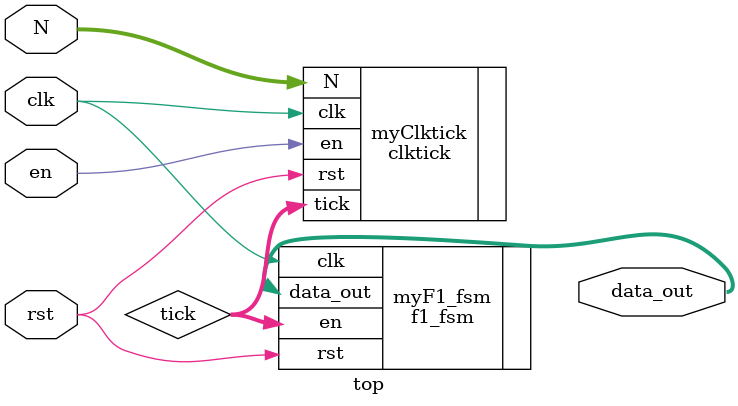
<source format=sv>
module top (
  input  logic clk,
  input  logic rst,
  input  logic en,
  input  logic [15:0] N,
  output logic [7:0] data_out
);

logic [7:0] tick;

clktick myClktick (
  .clk (clk),
  .rst (rst),
  .en (en),
  .N (N),
  .tick (tick)
);

f1_fsm myF1_fsm (
  .rst (rst),
  .en (tick),
  .clk(clk),
  .data_out (data_out)
);

endmodule

</source>
